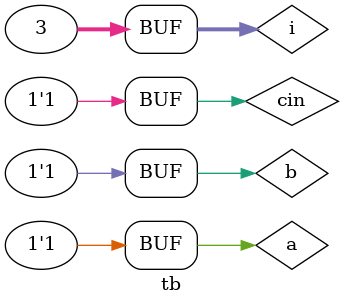
<source format=v>
`timescale 1 ns / 1 ps 
module tb();

reg a,b,cin; // reg is used because the values are initialized
wire co,s; // wire is used because the values are not initialized

fa fa1(a,b,cin,co,s);

integer i;
initial 
begin
// repeat(3) // repeat 3 times , needs being and end
for (i=0;i<3;i=i+1)
begin
// instruction delay = 5ns ( based on vahed timescale )
// concatination place multiple wires together
{a,b,cin} = 3'b000; #5;
{a,b,cin} = 3'b001; #5;
{a,b,cin} = 3'b010; #5;
{a,b,cin} = 3'b011; #5;
{a,b,cin} = 3'b100; #5;
{a,b,cin} = 3'b101; #5;
{a,b,cin} = 3'b110; #5;
{a,b,cin} = 3'b111; #5;
end

end
endmodule
</source>
